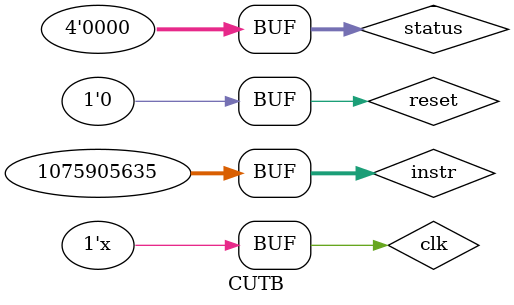
<source format=v>
module CUTB();

reg [31:0]instr;
reg reset;
reg clk;
reg [3:0]status;

wire co;
wire pcsrc;
wire [3:0]aluop;
wire [1:0]immsel;
wire wb;
wire alusrc;
wire regrw;
wire memrw;

CU dut(.clk(clk), .reset(reset), .instr(instr), .status(status), .pcsrc(pcsrc), .aluop(aluop), .immsel(immsel), .wb(wb), .alusrc(alusrc), .regrw(regrw), .memrw(memrw), .co(co));

always begin


#5 clk= ~clk;

end

initial begin
clk = 0;
reset = 1;
#10 reset = 0;
status = 4'b0000;
#10 instr = 32'b00000000010000000000000010010011; //I
#10 instr = 32'b00000000001000001000000110110011; //R
#10 instr = 32'b00000000000100000000000000100011; //S
#10 instr = 32'b01000000001000010000010001100011; //B

end

endmodule

</source>
